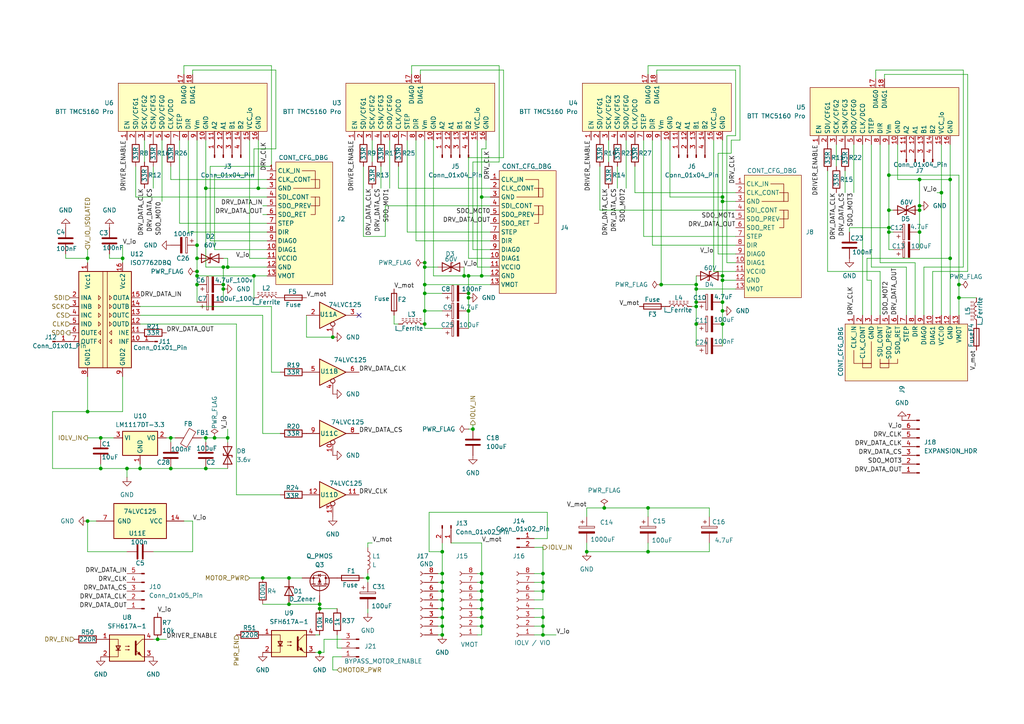
<source format=kicad_sch>
(kicad_sch (version 20250114) (generator "eeschema") (generator_version "9.0")
  (paper "A4")
  (junction (at 201.93 82.55))
  (junction (at 257.81 60.96))
  (junction (at 49.53 135.89))
  (junction (at 209.55 87.63))
  (junction (at 106.68 167.64))
  (junction (at 59.69 135.89))
  (junction (at 57.15 82.55))
  (junction (at 92.71 176.53))
  (junction (at 187.96 160.02))
  (junction (at 139.7 173.99))
  (junction (at 139.7 179.07))
  (junction (at 59.69 127))
  (junction (at 57.15 80.01))
  (junction (at 170.18 160.02))
  (junction (at 123.19 93.98))
  (junction (at 209.55 57.15))
  (junction (at 201.93 83.82))
  (junction (at 128.27 173.99))
  (junction (at 128.27 184.15))
  (junction (at 57.15 78.74))
  (junction (at 275.59 52.07))
  (junction (at 135.89 86.36))
  (junction (at 257.81 67.31))
  (junction (at 191.77 82.55))
  (junction (at 128.27 160.02))
  (junction (at 92.71 175.26))
  (junction (at 74.93 54.61))
  (junction (at 209.55 58.42))
  (junction (at 257.81 66.04))
  (junction (at 157.48 181.61))
  (junction (at 64.77 77.47))
  (junction (at 92.71 189.23))
  (junction (at 62.23 127))
  (junction (at 266.7 59.69))
  (junction (at 139.7 80.01))
  (junction (at 187.96 147.32))
  (junction (at 57.15 71.12))
  (junction (at 57.15 74.93))
  (junction (at 128.27 181.61))
  (junction (at 266.7 52.07))
  (junction (at 123.19 76.2))
  (junction (at 209.55 80.01))
  (junction (at 123.19 77.47))
  (junction (at 157.48 166.37))
  (junction (at 25.4 151.13))
  (junction (at 135.89 80.01))
  (junction (at 137.16 124.46))
  (junction (at 157.48 179.07))
  (junction (at 157.48 168.91))
  (junction (at 266.7 67.31))
  (junction (at 278.13 86.36))
  (junction (at 83.82 167.64))
  (junction (at 139.7 166.37))
  (junction (at 275.59 74.93))
  (junction (at 123.19 82.55))
  (junction (at 66.04 127))
  (junction (at 59.69 54.61))
  (junction (at 40.64 135.89))
  (junction (at 157.48 171.45))
  (junction (at 273.05 55.88))
  (junction (at 123.19 90.17))
  (junction (at 83.82 175.26))
  (junction (at 209.55 81.28))
  (junction (at 139.7 57.15))
  (junction (at 134.62 80.01))
  (junction (at 139.7 181.61))
  (junction (at 209.55 93.98))
  (junction (at 45.72 185.42))
  (junction (at 139.7 176.53))
  (junction (at 128.27 168.91))
  (junction (at 128.27 176.53))
  (junction (at 128.27 179.07))
  (junction (at 128.27 166.37))
  (junction (at 35.56 74.93))
  (junction (at 64.77 82.55))
  (junction (at 139.7 168.91))
  (junction (at 96.52 97.79))
  (junction (at 266.7 60.96))
  (junction (at 64.77 83.82))
  (junction (at 257.81 50.8))
  (junction (at 29.21 135.89))
  (junction (at 135.89 90.17))
  (junction (at 76.2 167.64))
  (junction (at 175.26 147.32))
  (junction (at 139.7 171.45))
  (junction (at 36.83 135.89))
  (junction (at 66.04 77.47))
  (junction (at 201.93 88.9))
  (junction (at 25.4 74.93))
  (junction (at 209.55 90.17))
  (junction (at 135.89 85.09))
  (junction (at 73.66 80.01))
  (junction (at 157.48 184.15))
  (junction (at 201.93 93.98))
  (junction (at 123.19 85.09))
  (junction (at 128.27 171.45))
  (junction (at 29.21 127))
  (junction (at 201.93 87.63))
  (junction (at 25.4 119.38))
  (junction (at 49.53 127))
  (junction (at 278.13 82.55))
  (no_connect (at 104.14 91.44))
  (wire (pts (xy 257.81 72.39) (xy 257.81 67.31)))
  (wire (pts (xy 154.94 184.15) (xy 157.48 184.15)))
  (wire (pts (xy 135.89 86.36) (xy 135.89 90.17)))
  (wire (pts (xy 74.93 54.61) (xy 74.93 40.64)))
  (wire (pts (xy 31.75 74.93) (xy 35.56 74.93)))
  (wire (pts (xy 55.88 160.02) (xy 55.88 151.13)))
  (wire (pts (xy 19.05 74.93) (xy 25.4 74.93)))
  (wire (pts (xy 128.27 157.48) (xy 128.27 160.02)))
  (wire (pts (xy 179.07 48.26) (xy 179.07 54.61)))
  (wire (pts (xy 27.94 151.13) (xy 25.4 151.13)))
  (wire (pts (xy 49.53 135.89) (xy 59.69 135.89)))
  (wire (pts (xy 138.43 176.53) (xy 139.7 176.53)))
  (wire (pts (xy 57.15 80.01) (xy 57.15 78.74)))
  (wire (pts (xy 57.15 74.93) (xy 57.15 71.12)))
  (wire (pts (xy 58.42 127) (xy 59.69 127)))
  (wire (pts (xy 107.95 40.64) (xy 107.95 46.99)))
  (wire (pts (xy 210.82 76.2) (xy 210.82 39.37)))
  (wire (pts (xy 48.26 127) (xy 49.53 127)))
  (wire (pts (xy 53.34 151.13) (xy 55.88 151.13)))
  (wire (pts (xy 146.05 45.72) (xy 135.89 45.72)))
  (wire (pts (xy 128.27 176.53) (xy 128.27 173.99)))
  (wire (pts (xy 76.2 125.73) (xy 81.28 125.73)))
  (wire (pts (xy 138.43 77.47) (xy 142.24 77.47)))
  (wire (pts (xy 105.41 167.64) (xy 106.68 167.64)))
  (wire (pts (xy 25.4 74.93) (xy 25.4 76.2)))
  (wire (pts (xy 273.05 55.88) (xy 273.05 91.44)))
  (wire (pts (xy 181.61 40.64) (xy 181.61 54.61)))
  (wire (pts (xy 279.4 77.47) (xy 279.4 20.32)))
  (wire (pts (xy 256.54 21.59) (xy 280.67 21.59)))
  (wire (pts (xy 124.46 148.59) (xy 124.46 160.02)))
  (wire (pts (xy 154.94 181.61) (xy 157.48 181.61)))
  (wire (pts (xy 214.63 19.05) (xy 214.63 40.64)))
  (wire (pts (xy 201.93 88.9) (xy 201.93 93.98)))
  (wire (pts (xy 242.57 41.91) (xy 242.57 48.26)))
  (wire (pts (xy 138.43 173.99) (xy 139.7 173.99)))
  (wire (pts (xy 212.09 44.45) (xy 208.28 44.45)))
  (wire (pts (xy 157.48 179.07) (xy 157.48 181.61)))
  (wire (pts (xy 97.79 194.31) (xy 96.52 194.31)))
  (wire (pts (xy 121.92 21.59) (xy 121.92 20.32)))
  (wire (pts (xy 194.31 40.64) (xy 194.31 57.15)))
  (wire (pts (xy 39.37 48.26) (xy 39.37 57.15)))
  (wire (pts (xy 139.7 181.61) (xy 139.7 179.07)))
  (wire (pts (xy 49.53 135.89) (xy 40.64 135.89)))
  (wire (pts (xy 62.23 72.39) (xy 77.47 72.39)))
  (wire (pts (xy 25.4 119.38) (xy 15.24 119.38)))
  (wire (pts (xy 213.36 55.88) (xy 184.15 55.88)))
  (wire (pts (xy 142.24 54.61) (xy 115.57 54.61)))
  (wire (pts (xy 205.74 160.02) (xy 187.96 160.02)))
  (wire (pts (xy 53.34 19.05) (xy 53.34 21.59)))
  (wire (pts (xy 59.69 127) (xy 62.23 127)))
  (wire (pts (xy 189.23 71.12) (xy 189.23 40.64)))
  (wire (pts (xy 271.78 55.88) (xy 273.05 55.88)))
  (wire (pts (xy 64.77 77.47) (xy 64.77 82.55)))
  (wire (pts (xy 106.68 167.64) (xy 106.68 168.91)))
  (wire (pts (xy 209.55 57.15) (xy 209.55 40.64)))
  (wire (pts (xy 139.7 168.91) (xy 139.7 166.37)))
  (wire (pts (xy 266.7 52.07) (xy 275.59 52.07)))
  (wire (pts (xy 278.13 86.36) (xy 283.21 86.36)))
  (wire (pts (xy 246.38 66.04) (xy 257.81 66.04)))
  (wire (pts (xy 138.43 181.61) (xy 139.7 181.61)))
  (wire (pts (xy 68.58 93.98) (xy 68.58 143.51)))
  (wire (pts (xy 154.94 158.75) (xy 157.48 158.75)))
  (wire (pts (xy 201.93 83.82) (xy 201.93 87.63)))
  (wire (pts (xy 97.79 176.53) (xy 92.71 176.53)))
  (wire (pts (xy 35.56 71.12) (xy 35.56 74.93)))
  (wire (pts (xy 267.97 77.47) (xy 279.4 77.47)))
  (wire (pts (xy 83.82 167.64) (xy 87.63 167.64)))
  (wire (pts (xy 247.65 41.91) (xy 247.65 55.88)))
  (wire (pts (xy 213.36 76.2) (xy 210.82 76.2)))
  (wire (pts (xy 157.48 173.99) (xy 157.48 171.45)))
  (wire (pts (xy 111.76 68.58) (xy 105.41 68.58)))
  (wire (pts (xy 275.59 74.93) (xy 275.59 91.44)))
  (wire (pts (xy 80.01 20.32) (xy 80.01 43.18)))
  (wire (pts (xy 97.79 184.15) (xy 97.79 187.96)))
  (wire (pts (xy 157.48 184.15) (xy 161.29 184.15)))
  (wire (pts (xy 257.81 66.04) (xy 257.81 60.96)))
  (wire (pts (xy 68.58 143.51) (xy 81.28 143.51)))
  (wire (pts (xy 99.06 185.42) (xy 93.98 185.42)))
  (wire (pts (xy 128.27 160.02) (xy 128.27 166.37)))
  (wire (pts (xy 119.38 19.05) (xy 119.38 21.59)))
  (wire (pts (xy 76.2 91.44) (xy 76.2 125.73)))
  (wire (pts (xy 142.24 82.55) (xy 123.19 82.55)))
  (wire (pts (xy 45.72 185.42) (xy 48.26 185.42)))
  (wire (pts (xy 77.47 62.23) (xy 76.2 62.23)))
  (wire (pts (xy 154.94 171.45) (xy 157.48 171.45)))
  (wire (pts (xy 213.36 81.28) (xy 209.55 81.28)))
  (wire (pts (xy 127 184.15) (xy 128.27 184.15)))
  (wire (pts (xy 270.51 78.74) (xy 270.51 91.44)))
  (wire (pts (xy 44.45 48.26) (xy 44.45 54.61)))
  (wire (pts (xy 128.27 85.09) (xy 123.19 85.09)))
  (wire (pts (xy 173.99 60.96) (xy 173.99 48.26)))
  (wire (pts (xy 139.7 80.01) (xy 142.24 80.01)))
  (wire (pts (xy 60.96 69.85) (xy 60.96 48.26)))
  (wire (pts (xy 209.55 80.01) (xy 209.55 58.42)))
  (wire (pts (xy 139.7 176.53) (xy 139.7 173.99)))
  (wire (pts (xy 208.28 44.45) (xy 208.28 73.66)))
  (wire (pts (xy 57.15 80.01) (xy 73.66 80.01)))
  (wire (pts (xy 96.52 194.31) (xy 96.52 190.5)))
  (wire (pts (xy 213.36 39.37) (xy 213.36 20.32)))
  (wire (pts (xy 64.77 77.47) (xy 59.69 77.47)))
  (wire (pts (xy 142.24 72.39) (xy 137.16 72.39)))
  (wire (pts (xy 127 181.61) (xy 128.27 181.61)))
  (wire (pts (xy 49.53 127) (xy 50.8 127)))
  (wire (pts (xy 106.68 176.53) (xy 106.68 177.8)))
  (wire (pts (xy 138.43 184.15) (xy 139.7 184.15)))
  (wire (pts (xy 106.68 166.37) (xy 106.68 167.64)))
  (wire (pts (xy 25.4 109.22) (xy 25.4 119.38)))
  (wire (pts (xy 205.74 149.86) (xy 205.74 147.32)))
  (wire (pts (xy 187.96 19.05) (xy 214.63 19.05)))
  (wire (pts (xy 194.31 57.15) (xy 209.55 57.15)))
  (wire (pts (xy 25.4 160.02) (xy 25.4 151.13)))
  (wire (pts (xy 66.04 74.93) (xy 64.77 74.93)))
  (wire (pts (xy 210.82 39.37) (xy 213.36 39.37)))
  (wire (pts (xy 123.19 82.55) (xy 123.19 77.47)))
  (wire (pts (xy 259.08 60.96) (xy 257.81 60.96)))
  (wire (pts (xy 96.52 190.5) (xy 99.06 190.5)))
  (wire (pts (xy 252.73 91.44) (xy 252.73 81.28)))
  (wire (pts (xy 158.75 156.21) (xy 158.75 148.59)))
  (wire (pts (xy 278.13 82.55) (xy 278.13 50.8)))
  (wire (pts (xy 278.13 50.8) (xy 257.81 50.8)))
  (wire (pts (xy 213.36 60.96) (xy 173.99 60.96)))
  (wire (pts (xy 78.74 19.05) (xy 53.34 19.05)))
  (wire (pts (xy 154.94 156.21) (xy 158.75 156.21)))
  (wire (pts (xy 154.94 168.91) (xy 157.48 168.91)))
  (wire (pts (xy 265.43 76.2) (xy 265.43 91.44)))
  (wire (pts (xy 139.7 57.15) (xy 139.7 80.01)))
  (wire (pts (xy 262.89 77.47) (xy 262.89 91.44)))
  (wire (pts (xy 127 168.91) (xy 128.27 168.91)))
  (wire (pts (xy 123.19 85.09) (xy 123.19 82.55)))
  (wire (pts (xy 201.93 87.63) (xy 201.93 88.9)))
  (wire (pts (xy 256.54 22.86) (xy 256.54 21.59)))
  (wire (pts (xy 106.68 157.48) (xy 106.68 158.75)))
  (wire (pts (xy 128.27 181.61) (xy 128.27 179.07)))
  (wire (pts (xy 35.56 109.22) (xy 35.56 119.38)))
  (wire (pts (xy 157.48 181.61) (xy 157.48 184.15)))
  (wire (pts (xy 246.38 66.04) (xy 246.38 67.31)))
  (wire (pts (xy 207.01 40.64) (xy 207.01 78.74)))
  (wire (pts (xy 88.9 91.44) (xy 88.9 97.79)))
  (wire (pts (xy 138.43 168.91) (xy 139.7 168.91)))
  (wire (pts (xy 123.19 95.25) (xy 123.19 93.98)))
  (wire (pts (xy 25.4 127) (xy 29.21 127)))
  (wire (pts (xy 77.47 52.07) (xy 49.53 52.07)))
  (wire (pts (xy 255.27 76.2) (xy 265.43 76.2)))
  (wire (pts (xy 64.77 83.82) (xy 64.77 87.63)))
  (wire (pts (xy 254 20.32) (xy 254 22.86)))
  (wire (pts (xy 140.97 43.18) (xy 139.7 43.18)))
  (wire (pts (xy 77.47 69.85) (xy 60.96 69.85)))
  (wire (pts (xy 187.96 21.59) (xy 187.96 19.05)))
  (wire (pts (xy 138.43 179.07) (xy 139.7 179.07)))
  (wire (pts (xy 66.04 77.47) (xy 64.77 77.47)))
  (wire (pts (xy 201.93 80.01) (xy 201.93 82.55)))
  (wire (pts (xy 205.74 147.32) (xy 187.96 147.32)))
  (wire (pts (xy 146.05 20.32) (xy 146.05 45.72)))
  (wire (pts (xy 157.48 176.53) (xy 157.48 179.07)))
  (wire (pts (xy 190.5 20.32) (xy 190.5 21.59)))
  (wire (pts (xy 252.73 77.47) (xy 262.89 77.47)))
  (wire (pts (xy 266.7 60.96) (xy 266.7 67.31)))
  (wire (pts (xy 158.75 148.59) (xy 124.46 148.59)))
  (wire (pts (xy 73.66 80.01) (xy 77.47 80.01)))
  (wire (pts (xy 88.9 97.79) (xy 96.52 97.79)))
  (wire (pts (xy 80.01 43.18) (xy 73.66 43.18)))
  (wire (pts (xy 257.81 67.31) (xy 257.81 66.04)))
  (wire (pts (xy 66.04 74.93) (xy 66.04 77.47)))
  (wire (pts (xy 59.69 54.61) (xy 74.93 54.61)))
  (wire (pts (xy 176.53 40.64) (xy 176.53 46.99)))
  (wire (pts (xy 207.01 78.74) (xy 213.36 78.74)))
  (wire (pts (xy 55.88 21.59) (xy 55.88 20.32)))
  (wire (pts (xy 66.04 128.27) (xy 66.04 127)))
  (wire (pts (xy 60.96 48.26) (xy 78.74 48.26)))
  (wire (pts (xy 209.55 90.17) (xy 209.55 93.98)))
  (wire (pts (xy 125.73 40.64) (xy 125.73 80.01)))
  (wire (pts (xy 19.05 73.66) (xy 19.05 74.93)))
  (wire (pts (xy 135.89 124.46) (xy 137.16 124.46)))
  (wire (pts (xy 139.7 179.07) (xy 139.7 176.53)))
  (wire (pts (xy 73.66 80.01) (xy 73.66 86.36)))
  (wire (pts (xy 118.11 40.64) (xy 118.11 67.31)))
  (wire (pts (xy 49.53 48.26) (xy 49.53 52.07)))
  (wire (pts (xy 72.39 74.93) (xy 72.39 40.64)))
  (wire (pts (xy 77.47 74.93) (xy 72.39 74.93)))
  (wire (pts (xy 255.27 78.74) (xy 255.27 91.44)))
  (wire (pts (xy 214.63 40.64) (xy 212.09 40.64)))
  (wire (pts (xy 255.27 41.91) (xy 255.27 76.2)))
  (wire (pts (xy 40.64 91.44) (xy 76.2 91.44)))
  (wire (pts (xy 240.03 78.74) (xy 240.03 49.53)))
  (wire (pts (xy 154.94 176.53) (xy 157.48 176.53)))
  (wire (pts (xy 92.71 189.23) (xy 91.44 189.23)))
  (wire (pts (xy 59.69 127) (xy 59.69 128.27)))
  (wire (pts (xy 128.27 166.37) (xy 127 166.37)))
  (wire (pts (xy 142.24 59.69) (xy 111.76 59.69)))
  (wire (pts (xy 35.56 74.93) (xy 35.56 76.2)))
  (wire (pts (xy 66.04 124.46) (xy 66.04 127)))
  (wire (pts (xy 114.3 91.44) (xy 114.3 93.98)))
  (wire (pts (xy 64.77 82.55) (xy 64.77 83.82)))
  (wire (pts (xy 278.13 86.36) (xy 278.13 82.55)))
  (wire (pts (xy 135.89 74.93) (xy 142.24 74.93)))
  (wire (pts (xy 15.24 119.38) (xy 15.24 135.89)))
  (wire (pts (xy 127 173.99) (xy 128.27 173.99)))
  (wire (pts (xy 15.24 135.89) (xy 29.21 135.89)))
  (wire (pts (xy 250.19 41.91) (xy 250.19 91.44)))
  (wire (pts (xy 138.43 40.64) (xy 138.43 77.47)))
  (wire (pts (xy 128.27 173.99) (xy 128.27 171.45)))
  (wire (pts (xy 62.23 127) (xy 66.04 127)))
  (wire (pts (xy 111.76 59.69) (xy 111.76 68.58)))
  (wire (pts (xy 275.59 41.91) (xy 275.59 52.07)))
  (wire (pts (xy 40.64 134.62) (xy 40.64 135.89)))
  (wire (pts (xy 213.36 68.58) (xy 186.69 68.58)))
  (wire (pts (xy 279.4 20.32) (xy 254 20.32)))
  (wire (pts (xy 29.21 134.62) (xy 29.21 135.89)))
  (wire (pts (xy 157.48 171.45) (xy 157.48 168.91)))
  (wire (pts (xy 77.47 77.47) (xy 66.04 77.47)))
  (wire (pts (xy 76.2 175.26) (xy 83.82 175.26)))
  (wire (pts (xy 187.96 160.02) (xy 187.96 157.48)))
  (wire (pts (xy 208.28 73.66) (xy 213.36 73.66)))
  (wire (pts (xy 73.66 43.18) (xy 73.66 50.8)))
  (wire (pts (xy 144.78 19.05) (xy 119.38 19.05)))
  (wire (pts (xy 127 171.45) (xy 128.27 171.45)))
  (wire (pts (xy 128.27 184.15) (xy 128.27 181.61)))
  (wire (pts (xy 113.03 40.64) (xy 113.03 54.61)))
  (wire (pts (xy 252.73 41.91) (xy 252.73 77.47)))
  (wire (pts (xy 41.91 40.64) (xy 41.91 46.99)))
  (wire (pts (xy 128.27 179.07) (xy 128.27 176.53)))
  (wire (pts (xy 144.78 46.99) (xy 144.78 19.05)))
  (wire (pts (xy 57.15 71.12) (xy 57.15 40.64)))
  (wire (pts (xy 135.89 85.09) (xy 135.89 86.36)))
  (wire (pts (xy 209.55 87.63) (xy 209.55 90.17)))
  (wire (pts (xy 123.19 93.98) (xy 123.19 90.17)))
  (wire (pts (xy 139.7 171.45) (xy 139.7 168.91)))
  (wire (pts (xy 78.74 48.26) (xy 78.74 19.05)))
  (wire (pts (xy 77.47 64.77) (xy 52.07 64.77)))
  (wire (pts (xy 120.65 69.85) (xy 142.24 69.85)))
  (wire (pts (xy 267.97 91.44) (xy 267.97 77.47)))
  (wire (pts (xy 92.71 176.53) (xy 92.71 175.26)))
  (wire (pts (xy 138.43 171.45) (xy 139.7 171.45)))
  (wire (pts (xy 57.15 78.74) (xy 57.15 74.93)))
  (wire (pts (xy 127 179.07) (xy 128.27 179.07)))
  (wire (pts (xy 127 176.53) (xy 128.27 176.53)))
  (wire (pts (xy 128.27 90.17) (xy 123.19 90.17)))
  (wire (pts (xy 175.26 147.32) (xy 187.96 147.32)))
  (wire (pts (xy 257.81 50.8) (xy 257.81 41.91)))
  (wire (pts (xy 125.73 80.01) (xy 134.62 80.01)))
  (wire (pts (xy 93.98 189.23) (xy 92.71 189.23)))
  (wire (pts (xy 142.24 57.15) (xy 139.7 57.15)))
  (wire (pts (xy 135.89 90.17) (xy 135.89 95.25)))
  (wire (pts (xy 25.4 72.39) (xy 25.4 74.93)))
  (wire (pts (xy 29.21 135.89) (xy 36.83 135.89)))
  (wire (pts (xy 59.69 40.64) (xy 59.69 54.61)))
  (wire (pts (xy 114.3 93.98) (xy 115.57 93.98)))
  (wire (pts (xy 266.7 67.31) (xy 266.7 72.39)))
  (wire (pts (xy 107.95 157.48) (xy 106.68 157.48)))
  (wire (pts (xy 59.69 77.47) (xy 59.69 54.61)))
  (wire (pts (xy 110.49 48.26) (xy 110.49 54.61)))
  (wire (pts (xy 77.47 59.69) (xy 76.2 59.69)))
  (wire (pts (xy 124.46 160.02) (xy 128.27 160.02)))
  (wire (pts (xy 128.27 168.91) (xy 128.27 166.37)))
  (wire (pts (xy 187.96 147.32) (xy 187.96 149.86)))
  (wire (pts (xy 36.83 160.02) (xy 25.4 160.02)))
  (wire (pts (xy 31.75 73.66) (xy 31.75 74.93)))
  (wire (pts (xy 72.39 167.64) (xy 76.2 167.64)))
  (wire (pts (xy 170.18 149.86) (xy 170.18 147.32)))
  (wire (pts (xy 191.77 82.55) (xy 191.77 40.64)))
  (wire (pts (xy 115.57 54.61) (xy 115.57 48.26)))
  (wire (pts (xy 40.64 88.9) (xy 78.74 88.9)))
  (wire (pts (xy 105.41 68.58) (xy 105.41 48.26)))
  (wire (pts (xy 59.69 135.89) (xy 66.04 135.89)))
  (wire (pts (xy 35.56 119.38) (xy 25.4 119.38)))
  (wire (pts (xy 135.89 80.01) (xy 139.7 80.01)))
  (wire (pts (xy 135.89 80.01) (xy 135.89 85.09)))
  (wire (pts (xy 252.73 81.28) (xy 251.46 81.28)))
  (wire (pts (xy 280.67 21.59) (xy 280.67 78.74)))
  (wire (pts (xy 205.74 157.48) (xy 205.74 160.02)))
  (wire (pts (xy 273.05 41.91) (xy 273.05 55.88)))
  (wire (pts (xy 245.11 49.53) (xy 245.11 55.88)))
  (wire (pts (xy 97.79 187.96) (xy 99.06 187.96)))
  (wire (pts (xy 201.93 82.55) (xy 191.77 82.55)))
  (wire (pts (xy 57.15 82.55) (xy 57.15 87.63)))
  (wire (pts (xy 139.7 43.18) (xy 139.7 57.15)))
  (wire (pts (xy 36.83 135.89) (xy 40.64 135.89)))
  (wire (pts (xy 280.67 78.74) (xy 270.51 78.74)))
  (wire (pts (xy 44.45 160.02) (xy 55.88 160.02)))
  (wire (pts (xy 135.89 45.72) (xy 135.89 74.93)))
  (wire (pts (xy 123.19 85.09) (xy 123.19 90.17)))
  (wire (pts (xy 157.48 158.75) (xy 157.48 166.37)))
  (wire (pts (xy 201.93 82.55) (xy 201.93 83.82)))
  (wire (pts (xy 260.35 52.07) (xy 266.7 52.07)))
  (wire (pts (xy 77.47 54.61) (xy 74.93 54.61)))
  (wire (pts (xy 257.81 50.8) (xy 257.81 60.96)))
  (wire (pts (xy 120.65 40.64) (xy 120.65 69.85)))
  (wire (pts (xy 170.18 157.48) (xy 170.18 160.02)))
  (wire (pts (xy 36.83 135.89) (xy 36.83 138.43)))
  (wire (pts (xy 200.66 88.9) (xy 201.93 88.9)))
  (wire (pts (xy 77.47 57.15) (xy 39.37 57.15)))
  (wire (pts (xy 123.19 77.47) (xy 123.19 76.2)))
  (wire (pts (xy 170.18 160.02) (xy 187.96 160.02)))
  (wire (pts (xy 209.55 93.98) (xy 209.55 100.33)))
  (wire (pts (xy 275.59 52.07) (xy 275.59 74.93)))
  (wire (pts (xy 259.08 67.31) (xy 257.81 67.31)))
  (wire (pts (xy 49.53 127) (xy 49.53 128.27)))
  (wire (pts (xy 57.15 80.01) (xy 57.15 82.55)))
  (wire (pts (xy 139.7 184.15) (xy 139.7 181.61)))
  (wire (pts (xy 213.36 20.32) (xy 190.5 20.32)))
  (wire (pts (xy 91.44 184.15) (xy 92.71 184.15)))
  (wire (pts (xy 260.35 41.91) (xy 260.35 52.07)))
  (wire (pts (xy 139.7 166.37) (xy 139.7 157.48)))
  (wire (pts (xy 52.07 64.77) (xy 52.07 40.64)))
  (wire (pts (xy 137.16 46.99) (xy 144.78 46.99)))
  (wire (pts (xy 278.13 91.44) (xy 278.13 86.36)))
  (wire (pts (xy 212.09 40.64) (xy 212.09 44.45)))
  (wire (pts (xy 138.43 166.37) (xy 139.7 166.37)))
  (wire (pts (xy 213.36 83.82) (xy 201.93 83.82)))
  (wire (pts (xy 157.48 166.37) (xy 154.94 166.37)))
  (wire (pts (xy 54.61 67.31) (xy 77.47 67.31)))
  (wire (pts (xy 46.99 40.64) (xy 46.99 58.42)))
  (wire (pts (xy 186.69 68.58) (xy 186.69 40.64)))
  (wire (pts (xy 137.16 123.19) (xy 137.16 124.46)))
  (wire (pts (xy 209.55 81.28) (xy 209.55 87.63)))
  (wire (pts (xy 40.64 93.98) (xy 68.58 93.98)))
  (wire (pts (xy 29.21 127) (xy 33.02 127)))
  (wire (pts (xy 118.11 67.31) (xy 142.24 67.31)))
  (wire (pts (xy 266.7 59.69) (xy 266.7 60.96)))
  (wire (pts (xy 134.62 77.47) (xy 134.62 80.01)))
  (wire (pts (xy 137.16 72.39) (xy 137.16 46.99)))
  (wire (pts (xy 54.61 40.64) (xy 54.61 67.31)))
  (wire (pts (xy 209.55 80.01) (xy 209.55 81.28)))
  (wire (pts (xy 213.36 71.12) (xy 189.23 71.12)))
  (wire (pts (xy 154.94 179.07) (xy 157.48 179.07)))
  (wire (pts (xy 139.7 173.99) (xy 139.7 171.45)))
  (wire (pts (xy 44.45 185.42) (xy 45.72 185.42)))
  (wire (pts (xy 123.19 76.2) (xy 123.19 40.64)))
  (wire (pts (xy 123.19 77.47) (xy 127 77.47)))
  (wire (pts (xy 184.15 55.88) (xy 184.15 48.26)))
  (wire (pts (xy 157.48 168.91) (xy 157.48 166.37)))
  (wire (pts (xy 76.2 167.64) (xy 83.82 167.64)))
  (wire (pts (xy 170.18 147.32) (xy 175.26 147.32)))
  (wire (pts (xy 78.74 107.95) (xy 81.28 107.95)))
  (wire (pts (xy 139.7 157.48) (xy 130.81 157.48)))
  (wire (pts (xy 83.82 175.26) (xy 92.71 175.26)))
  (wire (pts (xy 128.27 95.25) (xy 123.19 95.25)))
  (wire (pts (xy 78.74 88.9) (xy 78.74 107.95)))
  (wire (pts (xy 134.62 80.01) (xy 135.89 80.01)))
  (wire (pts (xy 154.94 173.99) (xy 157.48 173.99)))
  (wire (pts (xy 93.98 185.42) (xy 93.98 189.23)))
  (wire (pts (xy 121.92 20.32) (xy 146.05 20.32)))
  (wire (pts (xy 55.88 20.32) (xy 80.01 20.32)))
  (wire (pts (xy 251.46 74.93) (xy 275.59 74.93)))
  (wire (pts (xy 255.27 78.74) (xy 240.03 78.74)))
  (wire (pts (xy 73.66 50.8) (xy 62.23 50.8)))
  (wire (pts (xy 251.46 81.28) (xy 251.46 74.93)))
  (wire (pts (xy 201.93 93.98) (xy 201.93 100.33)))
  (wire (pts (xy 266.7 52.07) (xy 266.7 59.69)))
  (wire (pts (xy 209.55 58.42) (xy 209.55 57.15)))
  (wire (pts (xy 128.27 171.45) (xy 128.27 168.91)))
  (wire (pts (xy 62.23 50.8) (xy 62.23 72.39)))
  (wire (pts (xy 259.08 72.39) (xy 257.81 72.39)))
  (wire (pts (xy 140.97 40.64) (xy 140.97 43.18)))
  (wire (pts (xy 213.36 58.42) (xy 209.55 58.42)))
  (label "V_mot" (at 114.3 83.82 0))
  (label "V_io" (at 271.78 55.88 180))
  (label "V_io" (at 72.39 74.93 180))
  (label "DRV_DATA_OUT" (at 36.83 176.53 180))
  (label "V_mot" (at 283.21 101.6 270))
  (label "DRV_DATA_CLK" (at 261.62 129.54 180))
  (label "DRV_DATA_CLK" (at 36.83 173.99 180))
  (label "DRV_DATA_OUT" (at 261.62 137.16 180))
  (label "DRV_CLK" (at 104.14 143.51 0))
  (label "DRV_DATA_CS" (at 36.83 171.45 180))
  (label "DRV_CLK" (at 247.65 91.44 90))
  (label "DRV_DATA_CS" (at 261.62 132.08 180))
  (label "DRV_DATA_CLK" (at 41.91 54.61 270))
  (label "DRV_DATA_OUT" (at 48.26 96.52 0))
  (label "DRV_DATA_OUT" (at 76.2 62.23 180))
  (label "DRV_DATA_OUT" (at 213.36 66.04 180))
  (label "SDO_MOT3" (at 261.62 134.62 180))
  (label "DRIVER_ENABLE" (at 237.49 41.91 270))
  (label "DRV_DATA_CS" (at 44.45 54.61 270))
  (label "SDO_MOT0" (at 46.99 58.42 270))
  (label "DRIVER_ENABLE" (at 171.45 40.64 270))
  (label "DRIVER_ENABLE" (at 36.83 40.64 270))
  (label "DRV_DATA_IN" (at 76.2 59.69 180))
  (label "DRV_DATA_OUT" (at 142.24 64.77 180))
  (label "DRV_DATA_CS" (at 104.14 125.73 0))
  (label "DRV_CLK" (at 77.47 49.53 90))
  (label "V_mot" (at 107.95 157.48 0))
  (label "DRV_DATA_OUT" (at 260.35 91.44 90))
  (label "DRIVER_ENABLE" (at 102.87 40.64 270))
  (label "DRV_CLK" (at 142.24 52.07 90))
  (label "DRV_CLK" (at 213.36 53.34 90))
  (label "SDO_MOT1" (at 213.36 63.5 180))
  (label "V_mot" (at 139.7 157.48 0))
  (label "V_io" (at 207.01 73.66 180))
  (label "SDO_MOT2" (at 257.81 91.44 90))
  (label "SDO_MOT2" (at 181.61 54.61 270))
  (label "DRV_DATA_CLK" (at 107.95 54.61 270))
  (label "DRV_DATA_CS" (at 245.11 55.88 270))
  (label "DRIVER_ENABLE" (at 48.26 185.42 0))
  (label "DRV_DATA_IN" (at 36.83 166.37 180))
  (label "DRV_DATA_CLK" (at 176.53 54.61 270))
  (label "V_mot" (at 185.42 88.9 180))
  (label "V_io" (at 261.62 124.46 180))
  (label "SDO_MOT0" (at 142.24 62.23 180))
  (label "V_io" (at 45.72 177.8 0))
  (label "DRV_DATA_IN" (at 40.64 86.36 0))
  (label "SDO_MOT3" (at 247.65 55.88 270))
  (label "V_io" (at 66.04 124.46 90))
  (label "SDO_MOT1" (at 113.03 54.61 270))
  (label "V_io" (at 138.43 77.47 180))
  (label "DRV_CLK" (at 36.83 168.91 180))
  (label "DRV_DATA_CS" (at 110.49 54.61 270))
  (label "V_io" (at 55.88 151.13 0))
  (label "V_mot" (at 170.18 147.32 180))
  (label "DRV_CLK" (at 261.62 127 180))
  (label "V_io" (at 161.29 184.15 0))
  (label "V_io" (at 35.56 71.12 0))
  (label "V_mot" (at 88.9 86.36 0))
  (label "DRV_DATA_CS" (at 179.07 54.61 270))
  (label "DRV_DATA_CLK" (at 104.14 107.95 0))
  (label "DRV_DATA_CLK" (at 242.57 55.88 270))
  (hierarchical_label "V_IO_ISOLATED" (shape input) (at 25.4 72.39 90))
  (hierarchical_label "DRV_EN" (shape input) (at 21.59 185.42 180))
  (hierarchical_label "PWR_EN" (shape input) (at 68.58 184.15 270))
  (hierarchical_label "IOLV_IN" (shape output) (at 25.4 127 180))
  (hierarchical_label "SCK" (shape input) (at 20.32 88.9 180))
  (hierarchical_label "MOTOR_PWR" (shape input) (at 72.39 167.64 180))
  (hierarchical_label "MOTOR_PWR" (shape input) (at 97.79 194.31 0))
  (hierarchical_label "SDI" (shape input) (at 20.32 86.36 180))
  (hierarchical_label "CS" (shape input) (at 20.32 91.44 180))
  (hierarchical_label "CLK" (shape input) (at 20.32 93.98 180))
  (hierarchical_label "IOLV_IN" (shape output) (at 157.48 158.75 0))
  (hierarchical_label "IOLV_IN" (shape output) (at 137.16 123.19 90))
  (hierarchical_label "SDO" (shape output) (at 20.32 96.52 180))
  (symbol (lib_id "Device:C") (at 59.69 132.08 180) (unit 1)
    (property "Reference" "C2" (at 62.484 134.112 0) (effects (justify left)))
    (property "Value" "100uF" (at 62.992 130.048 0) (effects (justify left)))
    (property "Footprint" "Capacitor_SMD:C_0805_2012Metric_Pad1.18x1.45mm_HandSolder" (effects (hide yes)))
    (property "Description" "Unpolarized capacitor" (effects (hide yes)))
  )
  (symbol (lib_id "Device:Q_PMOS") (at 92.71 170.18 270) (mirror x) (unit 1)
    (property "Reference" "Q3" (at 92.71 163.83 90))
    (property "Value" "Q_PMOS" (at 92.71 161.29 90))
    (property "Description" "P-MOSFET transistor" (effects (hide yes)))
  )
  (symbol (lib_id "Device:R") (at 179.07 44.45 0) (unit 1)
    (property "Reference" "R23" (at 180.086 44.45 0) (effects (justify left)))
    (property "Value" "33R" (at 179.07 46.482 90) (effects (justify left)))
    (property "Description" "Resistor" (effects (hide yes)))
  )
  (symbol (lib_id "Device:C_Polarized") (at 262.89 67.31 90) (unit 1)
    (property "Reference" "C12" (at 260.096 66.04 90))
    (property "Value" "4.7uF" (at 266.7 65.786 90))
    (property "Footprint" "Capacitor_SMD:C_1210_3225Metric_Pad1.33x2.70mm_HandSolder" (effects (hide yes)))
    (property "Description" "Polarized capacitor" (effects (hide yes)))
  )
  (symbol (lib_id "Device:C_Polarized") (at 132.08 85.09 90) (unit 1)
    (property "Reference" "C8" (at 129.286 83.82 90))
    (property "Value" "100nF" (at 136.906 83.82 90))
    (property "Footprint" "Capacitor_SMD:C_0805_2012Metric_Pad1.18x1.45mm_HandSolder" (effects (hide yes)))
    (property "Description" "Polarized capacitor" (effects (hide yes)))
  )
  (symbol (lib_id "power:PWR_FLAG") (at 135.89 124.46 90) (unit 1)
    (property "Reference" "#FLG1" (effects (hide yes)))
    (property "Value" "PWR_FLAG" (at 132.08 124.4599 90) (effects (justify left)))
    (property "Description" "Special symbol for telling ERC where power comes from" (effects (hide yes)))
  )
  (symbol (lib_id "Device:Fuse") (at 101.6 167.64 90) (unit 1)
    (property "Reference" "F1" (at 101.854 165.608 90))
    (property "Value" "Fuse" (at 101.6 169.672 90))
    (property "Description" "Fuse" (effects (hide yes)))
  )
  (symbol (lib_id "74xx:74LVC125") (at 96.52 125.73 0) (unit 3)
    (property "Reference" "U11" (at 95.504 125.73 0))
    (property "Value" "74LVC125" (at 100.838 122.428 0))
    (property "Datasheet" "http://www.ti.com/lit/gpn/sn74LVC125" (effects (hide yes)))
    (property "Description" "Quad buffer 3-State outputs" (effects (hide yes)))
  )
  (symbol (lib_id "power:GND") (at 106.68 177.8 0) (unit 1)
    (property "Reference" "#PWR039" (effects (hide yes)))
    (property "Value" "GND" (at 106.68 182.88 0))
    (property "Description" "Power symbol creates a global label with name \"GND\" , ground" (effects (hide yes)))
  )
  (symbol (lib_id "Driver_Motor:BTT-TMC5160-PRO-v1_0") (at 168.91 38.1 90) (unit 1)
    (property "Reference" "U4" (at 167.64 29.8449 90) (effects (justify left)))
    (property "Value" "BTT TMC5160 Pro" (at 167.64 32.3849 90) (effects (justify left)))
    (property "Datasheet" "https://cdn.shopify.com/s/files/1/1619/4791/files/BIGTREETECH_TMC5160_PRO-V1.1_user_manual_1.pdf?v=1699435321" (effects (hide yes)))
  )
  (symbol (lib_id "Device:L") (at 106.68 162.56 0) (unit 1)
    (property "Reference" "L1" (at 107.95 161.2899 0) (effects (justify left)))
    (property "Value" "L" (at 107.95 163.8299 0) (effects (justify left)))
    (property "Description" "Inductor" (effects (hide yes)))
  )
  (symbol (lib_id "Connector:Conn_01x04_Pin") (at 64.77 45.72 90) (unit 1)
    (property "Reference" "J3" (at 66.04 48.26 90))
    (property "Value" "Conn_01x04_Pin" (at 66.04 50.8 90))
    (property "Description" "Generic connector, single row, 01x04, script generated" (effects (hide yes)))
  )
  (symbol (lib_id "Isolator:SFH617A-1") (at 36.83 187.96 0) (unit 1)
    (property "Reference" "U8" (at 36.83 179.07 0))
    (property "Value" "SFH617A-1" (at 36.83 181.61 0))
    (property "Footprint" "Package_DIP:DIP-4_W7.62mm" (effects (hide yes)))
    (property "Datasheet" "http://www.vishay.com/docs/83740/sfh617a.pdf" (effects (hide yes)))
    (property "Description" "Optocoupler, Phototransistor Output, 5300 VRMS, VCEO 70V, CTR% 40-80, -55 to +110 degree Celsius, UL, BSI, FIMKO, cUL, THT PDIP-4" (effects (hide yes)))
  )
  (symbol (lib_id "Device:Fuse") (at 85.09 86.36 90) (unit 1)
    (property "Reference" "F5" (at 84.836 84.582 90))
    (property "Value" "Fuse" (at 85.09 88.392 90))
    (property "Description" "Fuse" (effects (hide yes)))
  )
  (symbol (lib_id "Device:D_Zener") (at 83.82 171.45 270) (unit 1)
    (property "Reference" "D1" (at 85.09 171.45 90) (effects (justify left)))
    (property "Value" "D_Zener" (at 83.82 173.736 90) (effects (justify left)))
    (property "Description" "Zener diode" (effects (hide yes)))
  )
  (symbol (lib_id "Device:C_Polarized") (at 187.96 153.67 0) (unit 1)
    (property "Reference" "C15" (at 189.23 151.13 0) (effects (justify left)))
    (property "Value" "100uF" (at 188.976 156.718 0) (effects (justify left)))
    (property "Footprint" "Capacitor_THT:CP_Radial_D8.0mm_P5.00mm" (effects (hide yes)))
    (property "Description" "Polarized capacitor" (effects (hide yes)))
  )
  (symbol (lib_id "power:GND") (at 25.4 151.13 270) (unit 1)
    (property "Reference" "#PWR038" (effects (hide yes)))
    (property "Value" "GND" (at 21.59 151.1299 90) (effects (justify right)))
    (property "Description" "Power symbol creates a global label with name \"GND\" , ground" (effects (hide yes)))
  )
  (symbol (lib_id "Device:D_TVS") (at 66.04 132.08 90) (unit 1)
    (property "Reference" "D8" (at 68.58 130.8099 90) (effects (justify right)))
    (property "Value" "3.6v" (at 68.58 133.3499 90) (effects (justify right)))
    (property "Description" "Bidirectional transient-voltage-suppression diode" (effects (hide yes)))
  )
  (symbol (lib_id "Device:C_Polarized") (at 60.96 82.55 90) (unit 1)
    (property "Reference" "C6" (at 58.166 81.28 90))
    (property "Value" "4.7uF_100v" (at 67.818 81.28 90))
    (property "Footprint" "Capacitor_SMD:C_1210_3225Metric_Pad1.33x2.70mm_HandSolder" (effects (hide yes)))
    (property "Description" "Polarized capacitor" (effects (hide yes)))
  )
  (symbol (lib_id "Driver_Motor:BTT-TMC5160-PRO-v1_0") (at 34.29 38.1 90) (unit 1)
    (property "Reference" "U6" (at 33.02 29.8449 90) (effects (justify left)))
    (property "Value" "BTT TMC5160 Pro" (at 33.02 32.3849 90) (effects (justify left)))
    (property "Datasheet" "https://cdn.shopify.com/s/files/1/1619/4791/files/BIGTREETECH_TMC5160_PRO-V1.1_user_manual_1.pdf?v=1699435321" (effects (hide yes)))
  )
  (symbol (lib_id "74xx:74LVC125") (at 96.52 107.95 0) (unit 2)
    (property "Reference" "U11" (at 95.504 107.696 0))
    (property "Value" "74LVC125" (at 101.6 104.394 0))
    (property "Datasheet" "http://www.ti.com/lit/gpn/sn74LVC125" (effects (hide yes)))
    (property "Description" "Quad buffer 3-State outputs" (effects (hide yes)))
  )
  (symbol (lib_id "Device:C_Polarized") (at 53.34 71.12 270) (unit 1)
    (property "Reference" "C26" (at 53.086 74.93 90))
    (property "Value" "100nF" (at 53.34 67.818 90))
    (property "Footprint" "Capacitor_SMD:C_0805_2012Metric_Pad1.18x1.45mm_HandSolder" (effects (hide yes)))
    (property "Description" "Polarized capacitor" (effects (hide yes)))
  )
  (symbol (lib_id "power:GND") (at 44.45 190.5 0) (unit 1)
    (property "Reference" "#PWR9" (effects (hide yes)))
    (property "Value" "GND" (at 44.45 195.58 0))
    (property "Description" "Power symbol creates a global label with name \"GND\" , ground" (effects (hide yes)))
  )
  (symbol (lib_id "power:GND") (at 137.16 132.08 0) (unit 1)
    (property "Reference" "#PWR1" (effects (hide yes)))
    (property "Value" "GND" (at 137.16 137.16 0))
    (property "Description" "Power symbol creates a global label with name \"GND\" , ground" (effects (hide yes)))
  )
  (symbol (lib_id "Driver_Motor:CONN_MOTOR") (at 215.9 50.8 0) (unit 1) (in_bom no)
    (property "Reference" "J8" (at 233.68 67.3099 0) (effects (justify left)))
    (property "Value" "CONT_CFG_DBG" (at 216.662 49.53 0) (effects (justify left)))
  )
  (symbol (lib_id "Device:R") (at 97.79 180.34 0) (unit 1)
    (property "Reference" "R37" (at 99.06 180.086 0) (effects (justify left)))
    (property "Value" "1k" (at 97.79 181.61 90) (effects (justify left)))
    (property "Description" "Resistor" (effects (hide yes)))
  )
  (symbol (lib_id "Device:D_TVS") (at 60.96 74.93 0) (unit 1)
    (property "Reference" "D2" (at 60.96 68.58 0))
    (property "Value" "60V" (at 60.96 71.12 0))
    (property "Description" "Bidirectional transient-voltage-suppression diode" (effects (hide yes)))
  )
  (symbol (lib_id "power:GND") (at 19.05 66.04 180) (unit 1)
    (property "Reference" "#PWR18" (effects (hide yes)))
    (property "Value" "GND" (at 19.05 60.96 0))
    (property "Description" "Power symbol creates a global label with name \"GND\" , ground" (effects (hide yes)))
  )
  (symbol (lib_id "Device:R") (at 85.09 143.51 90) (unit 1)
    (property "Reference" "R24" (at 84.836 141.478 90))
    (property "Value" "33R" (at 84.836 143.764 90))
    (property "Description" "Resistor" (effects (hide yes)))
  )
  (symbol (lib_id "power:PWR_FLAG") (at 175.26 147.32 0) (unit 1)
    (property "Reference" "#FLG2" (effects (hide yes)))
    (property "Value" "PWR_FLAG" (at 175.26 142.24 0))
    (property "Description" "Special symbol for telling ERC where power comes from" (effects (hide yes)))
  )
  (symbol (lib_id "Connector:Conn_01x08_Socket") (at 121.92 176.53 180) (unit 1)
    (property "Reference" "J17" (at 122.555 161.29 0))
    (property "Value" "GND" (at 123.698 163.576 0))
    (property "Description" "Generic connector, single row, 01x08, script generated" (effects (hide yes)))
  )
  (symbol (lib_id "Device:R") (at 107.95 50.8 0) (unit 1)
    (property "Reference" "R13" (at 108.966 50.8 0) (effects (justify left)))
    (property "Value" "33R" (at 107.95 52.832 90) (effects (justify left)))
    (property "Description" "Resistor" (effects (hide yes)))
  )
  (symbol (lib_id "power:PWR_FLAG") (at 57.15 78.74 90) (unit 1)
    (property "Reference" "#FLG09" (effects (hide yes)))
    (property "Value" "PWR_FLAG" (at 53.34 78.7399 90) (effects (justify left)))
    (property "Description" "Special symbol for telling ERC where power comes from" (effects (hide yes)))
  )
  (symbol (lib_id "74xx:74LVC125") (at 96.52 143.51 0) (unit 4)
    (property "Reference" "U11" (at 95.504 143.51 0))
    (property "Value" "74LVC125" (at 100.33 140.208 0))
    (property "Datasheet" "http://www.ti.com/lit/gpn/sn74LVC125" (effects (hide yes)))
    (property "Description" "Quad buffer 3-State outputs" (effects (hide yes)))
  )
  (symbol (lib_id "Device:R") (at 242.57 52.07 0) (unit 1)
    (property "Reference" "R15" (at 243.586 52.07 0) (effects (justify left)))
    (property "Value" "33R" (at 242.57 54.102 90) (effects (justify left)))
    (property "Description" "Resistor" (effects (hide yes)))
  )
  (symbol (lib_id "power:GND") (at 170.18 160.02 0) (unit 1)
    (property "Reference" "#PWR11" (effects (hide yes)))
    (property "Value" "GND" (at 170.18 165.1 0))
    (property "Description" "Power symbol creates a global label with name \"GND\" , ground" (effects (hide yes)))
  )
  (symbol (lib_id "Device:Fuse") (at 114.3 87.63 0) (mirror x) (unit 1)
    (property "Reference" "F2" (at 117.856 86.868 0) (effects (justify right)))
    (property "Value" "Fuse" (at 113.03 86.614 0) (effects (justify right)))
    (property "Description" "Fuse" (effects (hide yes)))
  )
  (symbol (lib_id "Connector:Conn_01x08_Socket") (at 133.35 176.53 180) (unit 1)
    (property "Reference" "J15" (at 133.985 161.29 0))
    (property "Value" "VMOT" (at 136.144 186.944 0))
    (property "Description" "Generic connector, single row, 01x08, script generated" (effects (hide yes)))
  )
  (symbol (lib_id "Device:C") (at 40.64 160.02 270) (unit 1)
    (property "Reference" "C5" (at 40.64 163.322 90))
    (property "Value" "100n" (at 40.386 157.226 90))
    (property "Footprint" "Capacitor_SMD:C_0805_2012Metric_Pad1.18x1.45mm_HandSolder" (effects (hide yes)))
    (property "Description" "Unpolarized capacitor" (effects (hide yes)))
  )
  (symbol (lib_id "Device:C") (at 29.21 130.81 0) (unit 1)
    (property "Reference" "C1" (at 29.464 128.778 0) (effects (justify left)))
    (property "Value" "10uF" (at 29.464 132.588 0) (effects (justify left)))
    (property "Footprint" "Capacitor_SMD:C_0805_2012Metric_Pad1.18x1.45mm_HandSolder" (effects (hide yes)))
    (property "Description" "Unpolarized capacitor" (effects (hide yes)))
  )
  (symbol (lib_id "Device:R") (at 85.09 125.73 90) (unit 1)
    (property "Reference" "R20" (at 85.09 123.698 90))
    (property "Value" "33R" (at 85.09 125.73 90))
    (property "Description" "Resistor" (effects (hide yes)))
  )
  (symbol (lib_id "Driver_Motor:BTT-TMC5160-PRO-v1_0") (at 234.95 39.37 90) (unit 1)
    (property "Reference" "U5" (at 233.68 31.1149 90) (effects (justify left)))
    (property "Value" "BTT TMC5160 Pro" (at 233.68 33.6549 90) (effects (justify left)))
    (property "Datasheet" "https://cdn.shopify.com/s/files/1/1619/4791/files/BIGTREETECH_TMC5160_PRO-V1.1_user_manual_1.pdf?v=1699435321" (effects (hide yes)))
  )
  (symbol (lib_id "Connector:Conn_01x04_Pin") (at 130.81 45.72 90) (unit 1)
    (property "Reference" "J5" (at 132.08 48.26 90))
    (property "Value" "Conn_01x04_Pin" (at 132.08 50.8 90))
    (property "Description" "Generic connector, single row, 01x04, script generated" (effects (hide yes)))
  )
  (symbol (lib_id "power:GND") (at 96.52 114.3 90) (unit 1)
    (property "Reference" "#PWR16" (effects (hide yes)))
    (property "Value" "GND" (at 100.33 114.2999 90) (effects (justify right)))
    (property "Description" "Power symbol creates a global label with name \"GND\" , ground" (effects (hide yes)))
  )
  (symbol (lib_id "Driver_Motor:BTT-TMC5160-PRO-v1_0") (at 100.33 38.1 90) (unit 1)
    (property "Reference" "U3" (at 99.06 29.8449 90) (effects (justify left)))
    (property "Value" "BTT TMC5160 Pro" (at 99.06 32.3849 90) (effects (justify left)))
    (property "Datasheet" "https://cdn.shopify.com/s/files/1/1619/4791/files/BIGTREETECH_TMC5160_PRO-V1.1_user_manual_1.pdf?v=1699435321" (effects (hide yes)))
  )
  (symbol (lib_id "Device:R") (at 92.71 180.34 0) (unit 1)
    (property "Reference" "R6" (at 93.98 180.086 0) (effects (justify left)))
    (property "Value" "10k" (at 92.71 182.372 90) (effects (justify left)))
    (property "Description" "Resistor" (effects (hide yes)))
  )
  (symbol (lib_id "Connector:Conn_01x03_Pin") (at 104.14 187.96 180) (unit 1)
    (property "Reference" "J21" (at 105.664 187.452 0) (effects (justify right)))
    (property "Value" "BYPASS_MOTOR_ENABLE" (at 99.822 191.77 0) (effects (justify right)))
    (property "Description" "Generic connector, single row, 01x03, script generated" (effects (hide yes)))
  )
  (symbol (lib_id "Device:C") (at 246.38 71.12 0) (unit 1)
    (property "Reference" "C23" (at 246.634 69.088 0) (effects (justify left)))
    (property "Value" "100nF" (at 247.142 73.152 0) (effects (justify left)))
    (property "Footprint" "Capacitor_SMD:C_0805_2012Metric_Pad1.18x1.45mm_HandSolder" (effects (hide yes)))
    (property "Description" "Unpolarized capacitor" (effects (hide yes)))
  )
  (symbol (lib_id "power:PWR_FLAG") (at 278.13 82.55 270) (unit 1)
    (property "Reference" "#FLG06" (effects (hide yes)))
    (property "Value" "PWR_FLAG" (at 275.336 80.264 90) (effects (justify left)))
    (property "Description" "Special symbol for telling ERC where power comes from" (effects (hide yes)))
  )
  (symbol (lib_id "power:GND") (at 266.7 59.69 90) (unit 1)
    (property "Reference" "#PWR12" (effects (hide yes)))
    (property "Value" "GND" (at 270.51 59.6899 90) (effects (justify right)))
    (property "Description" "Power symbol creates a global label with name \"GND\" , ground" (effects (hide yes)))
  )
  (symbol (lib_id "Connector:Conn_01x04_Pin") (at 265.43 46.99 90) (unit 1)
    (property "Reference" "J7" (at 266.7 49.53 90))
    (property "Value" "Conn_01x04_Pin" (at 266.954 47.752 90))
    (property "Description" "Generic connector, single row, 01x04, script generated" (effects (hide yes)))
  )
  (symbol (lib_id "Device:C_Polarized") (at 132.08 95.25 90) (unit 1)
    (property "Reference" "C25" (at 129.794 94.234 90))
    (property "Value" "100uF" (at 136.144 94.234 90))
    (property "Footprint" "Capacitor_THT:CP_Radial_D6.3mm_P2.50mm" (effects (hide yes)))
    (property "Description" "Polarized capacitor" (effects (hide yes)))
  )
  (symbol (lib_id "Device:L_Ferrite") (at 77.47 86.36 90) (unit 1)
    (property "Reference" "L2" (at 77.216 83.566 90))
    (property "Value" "L_Ferrite" (at 77.216 87.63 90))
    (property "Description" "Inductor with ferrite core" (effects (hide yes)))
  )
  (symbol (lib_id "Device:R") (at 76.2 171.45 0) (unit 1)
    (property "Reference" "R4" (at 77.47 171.45 0) (effects (justify left)))
    (property "Value" "100k" (at 76.2 173.99 90) (effects (justify left)))
    (property "Description" "Resistor" (effects (hide yes)))
  )
  (symbol (lib_id "power:GND") (at 92.71 189.23 0) (unit 1)
    (property "Reference" "#PWR8" (effects (hide yes)))
    (property "Value" "GND" (at 92.71 194.31 0))
    (property "Description" "Power symbol creates a global label with name \"GND\" , ground" (effects (hide yes)))
  )
  (symbol (lib_id "power:GND") (at 261.62 121.92 180) (unit 1)
    (property "Reference" "#PWR23" (effects (hide yes)))
    (property "Value" "GND" (at 261.62 116.84 0))
    (property "Description" "Power symbol creates a global label with name \"GND\" , ground" (effects (hide yes)))
  )
  (symbol (lib_id "Isolator:ISO7762DBQ") (at 30.48 93.98 0) (unit 1)
    (property "Reference" "U12" (at 37.7033 73.66 0) (effects (justify left)))
    (property "Value" "ISO7762DBQ" (at 37.7033 76.2 0) (effects (justify left)))
    (property "Footprint" "Package_SO:SSOP-16_3.9x4.9mm_P0.635mm" (effects (hide yes)))
    (property "Datasheet" "https://www.ti.com/lit/ds/symlink/iso7763.pdf" (effects (hide yes)))
    (property "Description" "Default high, High-speed, robust EMC, reinforced, six-channel, digital, isolator, SSOP-16" (effects (hide yes)))
  )
  (symbol (lib_id "Device:C_Polarized") (at 205.74 87.63 90) (unit 1)
    (property "Reference" "C10" (at 202.946 86.36 90))
    (property "Value" "4.7uF" (at 209.804 86.106 90))
    (property "Footprint" "Capacitor_SMD:C_1210_3225Metric_Pad1.33x2.70mm_HandSolder" (effects (hide yes)))
    (property "Description" "Polarized capacitor" (effects (hide yes)))
  )
  (symbol (lib_id "power:GND") (at 31.75 66.04 180) (unit 1)
    (property "Reference" "#PWR19" (effects (hide yes)))
    (property "Value" "GND" (at 31.75 60.96 0))
    (property "Description" "Power symbol creates a global label with name \"GND\" , ground" (effects (hide yes)))
  )
  (symbol (lib_id "Device:C") (at 31.75 69.85 0) (unit 1)
    (property "Reference" "C3" (at 28.702 67.564 0) (effects (justify left)))
    (property "Value" "100nF" (at 29.718 71.882 0) (effects (justify left)))
    (property "Footprint" "Capacitor_SMD:C_0805_2012Metric_Pad1.18x1.45mm_HandSolder" (effects (hide yes)))
    (property "Description" "Unpolarized capacitor" (effects (hide yes)))
  )
  (symbol (lib_id "Driver_Motor:CONN_MOTOR") (at 245.11 93.98 90) (mirror x) (unit 1) (in_bom no)
    (property "Reference" "J9" (at 261.6199 111.76 0) (effects (justify left)))
    (property "Value" "CONT_CFG_DBG" (at 243.84 94.742 0) (effects (justify left)))
  )
  (symbol (lib_id "Device:L_Ferrite") (at 119.38 93.98 90) (unit 1)
    (property "Reference" "L3" (at 119.38 91.186 90))
    (property "Value" "L_Ferrite" (at 118.618 95.25 90))
    (property "Description" "Inductor with ferrite core" (effects (hide yes)))
  )
  (symbol (lib_id "Device:L_Ferrite") (at 196.85 88.9 90) (unit 1)
    (property "Reference" "L4" (at 196.85 86.36 90))
    (property "Value" "L_Ferrite" (at 196.596 89.916 90))
    (property "Description" "Inductor with ferrite core" (effects (hide yes)))
  )
  (symbol (lib_id "Connector:Conn_01x05_Pin") (at 41.91 171.45 180) (unit 1)
    (property "Reference" "J10" (at 43.18 170.1799 0) (effects (justify right)))
    (property "Value" "Conn_01x05_Pin" (at 43.18 172.7199 0) (effects (justify right)))
    (property "Description" "Generic connector, single row, 01x05, script generated" (effects (hide yes)))
  )
  (symbol (lib_id "Driver_Motor:CONN_MOTOR") (at 144.78 49.53 0) (unit 1) (in_bom no)
    (property "Reference" "J4" (at 162.56 66.0399 0) (effects (justify left)))
    (property "Value" "CONT_CFG_DBG" (at 145.542 48.26 0) (effects (justify left)))
  )
  (symbol (lib_id "Device:R") (at 115.57 44.45 0) (unit 1)
    (property "Reference" "R25" (at 116.586 44.45 0) (effects (justify left)))
    (property "Value" "33R" (at 115.57 46.482 90) (effects (justify left)))
    (property "Description" "Resistor" (effects (hide yes)))
  )
  (symbol (lib_id "power:PWR_FLAG") (at 191.77 82.55 90) (unit 1)
    (property "Reference" "#FLG07" (effects (hide yes)))
    (property "Value" "PWR_FLAG" (at 187.96 82.5499 90) (effects (justify left)))
    (property "Description" "Special symbol for telling ERC where power comes from" (effects (hide yes)))
  )
  (symbol (lib_id "Device:R") (at 44.45 44.45 0) (unit 1)
    (property "Reference" "R16" (at 45.466 44.45 0) (effects (justify left)))
    (property "Value" "33R" (at 44.45 46.482 90) (effects (justify left)))
    (property "Description" "Resistor" (effects (hide yes)))
  )
  (symbol (lib_id "Connector:Conn_01x08_Socket") (at 149.86 176.53 180) (unit 1)
    (property "Reference" "J16" (at 150.495 161.29 0))
    (property "Value" "IOLV / VIO" (at 154.432 186.436 0))
    (property "Description" "Generic connector, single row, 01x08, script generated" (effects (hide yes)))
  )
  (symbol (lib_id "Connector:Conn_01x01_Pin") (at 45.72 99.06 180) (unit 1)
    (property "Reference" "J11" (at 47.752 99.06 0))
    (property "Value" "Conn_01x01_Pin" (at 46.482 100.838 0))
    (property "Description" "Generic connector, single row, 01x01, script generated" (effects (hide yes)))
  )
  (symbol (lib_id "Device:D_TVS") (at 262.89 60.96 0) (unit 1)
    (property "Reference" "D5" (at 262.636 63.5 0))
    (property "Value" "60V" (at 262.89 58.674 0))
    (property "Description" "Bidirectional transient-voltage-suppression diode" (effects (hide yes)))
  )
  (symbol (lib_id "power:GND") (at 135.89 86.36 90) (unit 1)
    (property "Reference" "#PWR20" (effects (hide yes)))
    (property "Value" "GND" (at 139.7 86.3599 90) (effects (justify right)))
    (property "Description" "Power symbol creates a global label with name \"GND\" , ground" (effects (hide yes)))
  )
  (symbol (lib_id "Device:R") (at 176.53 50.8 0) (unit 1)
    (property "Reference" "R14" (at 177.546 50.8 0) (effects (justify left)))
    (property "Value" "33R" (at 176.53 52.832 90) (effects (justify left)))
    (property "Description" "Resistor" (effects (hide yes)))
  )
  (symbol (lib_id "Device:C_Polarized") (at 60.96 87.63 90) (unit 1)
    (property "Reference" "C7" (at 58.674 86.614 90))
    (property "Value" "100uF_100v" (at 68.326 86.614 90))
    (property "Footprint" "Capacitor_THT:CP_Radial_D8.0mm_P5.00mm" (effects (hide yes)))
    (property "Description" "Polarized capacitor" (effects (hide yes)))
  )
  (symbol (lib_id "Device:R") (at 25.4 185.42 90) (unit 1)
    (property "Reference" "R50" (at 25.4 183.388 90))
    (property "Value" "220R" (at 25.4 185.42 90))
    (property "Description" "Resistor" (effects (hide yes)))
  )
  (symbol (lib_id "Connector:Conn_01x01_Pin") (at 15.24 99.06 0) (unit 1)
    (property "Reference" "J12" (at 14.732 97.79 0))
    (property "Value" "Conn_01x01_Pin" (at 17.272 100.33 0))
    (property "Description" "Generic connector, single row, 01x01, script generated" (effects (hide yes)))
  )
  (symbol (lib_id "power:GND") (at 96.52 149.86 0) (unit 1)
    (property "Reference" "#PWR14" (effects (hide yes)))
    (property "Value" "GND" (at 96.52 154.94 0))
    (property "Description" "Power symbol creates a global label with name \"GND\" , ground" (effects (hide yes)))
  )
  (symbol (lib_id "Device:C_Polarized") (at 205.74 153.67 0) (unit 1)
    (property "Reference" "C16" (at 206.502 151.384 0) (effects (justify left)))
    (property "Value" "4.7uF" (at 207.264 156.718 0) (effects (justify left)))
    (property "Footprint" "Capacitor_SMD:C_1210_3225Metric_Pad1.33x2.70mm_HandSolder" (effects (hide yes)))
    (property "Description" "Polarized capacitor" (effects (hide yes)))
  )
  (symbol (lib_id "Connector:Conn_01x02_Pin") (at 130.81 152.4 270) (unit 1)
    (property "Reference" "J13" (at 132.08 151.7649 90) (effects (justify left)))
    (property "Value" "Conn_01x02_Pin" (at 132.08 154.3049 90) (effects (justify left)))
    (property "Description" "Generic connector, single row, 01x02, script generated" (effects (hide yes)))
  )
  (symbol (lib_id "Connector:Conn_01x02_Pin") (at 149.86 156.21 0) (unit 1)
    (property "Reference" "J14" (at 150.495 151.13 0))
    (property "Value" "Conn_01x02_Pin" (at 151.638 153.416 0))
    (property "Description" "Generic connector, single row, 01x02, script generated" (effects (hide yes)))
  )
  (symbol (lib_id "Device:R") (at 184.15 44.45 0) (unit 1)
    (property "Reference" "R27" (at 185.166 44.45 0) (effects (justify left)))
    (property "Value" "33R" (at 184.15 46.482 90) (effects (justify left)))
    (property "Description" "Resistor" (effects (hide yes)))
  )
  (symbol (lib_id "Device:R") (at 41.91 50.8 0) (unit 1)
    (property "Reference" "R12" (at 42.926 50.8 0) (effects (justify left)))
    (property "Value" "33R" (at 41.91 52.832 90) (effects (justify left)))
    (property "Description" "Resistor" (effects (hide yes)))
  )
  (symbol (lib_id "Device:Fuse") (at 283.21 97.79 180) (unit 1)
    (property "Reference" "F4" (at 281.686 96.266 90) (effects (justify right)))
    (property "Value" "Fuse" (at 281.686 100.838 90) (effects (justify right)))
    (property "Description" "Fuse" (effects (hide yes)))
  )
  (symbol (lib_id "Device:C_Polarized") (at 205.74 93.98 90) (unit 1)
    (property "Reference" "C11" (at 203.454 92.964 90))
    (property "Value" "100uF" (at 210.058 92.71 90))
    (property "Footprint" "Capacitor_THT:CP_Radial_D8.0mm_P5.00mm" (effects (hide yes)))
    (property "Description" "Polarized capacitor" (effects (hide yes)))
  )
  (symbol (lib_id "Device:R") (at 72.39 184.15 90) (unit 1)
    (property "Reference" "R51" (at 72.39 182.118 90))
    (property "Value" "220R" (at 72.39 184.15 90))
    (property "Description" "Resistor" (effects (hide yes)))
  )
  (symbol (lib_id "Device:C") (at 49.53 132.08 0) (unit 1)
    (property "Reference" "C28" (at 45.466 134.112 0) (effects (justify left)))
    (property "Value" "100nF" (at 49.53 130.302 0) (effects (justify left)))
    (property "Footprint" "Capacitor_SMD:C_0805_2012Metric_Pad1.18x1.45mm_HandSolder" (effects (hide yes)))
    (property "Description" "Unpolarized capacitor" (effects (hide yes)))
  )
  (symbol (lib_id "Device:R") (at 45.72 181.61 0) (unit 1)
    (property "Reference" "R7" (at 46.99 180.594 0) (effects (justify left)))
    (property "Value" "10k" (at 46.99 182.88 0) (effects (justify left)))
    (property "Description" "Resistor" (effects (hide yes)))
  )
  (symbol (lib_id "74xx:74LVC125") (at 96.52 91.44 0) (unit 1)
    (property "Reference" "U11" (at 95.25 91.186 0))
    (property "Value" "74LVC125" (at 100.076 88.392 0))
    (property "Datasheet" "http://www.ti.com/lit/gpn/sn74LVC125" (effects (hide yes)))
    (property "Description" "Quad buffer 3-State outputs" (effects (hide yes)))
  )
  (symbol (lib_id "Device:R") (at 49.53 44.45 0) (unit 1)
    (property "Reference" "R26" (at 50.546 44.45 0) (effects (justify left)))
    (property "Value" "33R" (at 49.53 46.482 90) (effects (justify left)))
    (property "Description" "Resistor" (effects (hide yes)))
  )
  (symbol (lib_id "power:GND") (at 96.52 97.79 90) (unit 1)
    (property "Reference" "#PWR17" (effects (hide yes)))
    (property "Value" "GND" (at 100.33 97.7899 90) (effects (justify right)))
    (property "Description" "Power symbol creates a global label with name \"GND\" , ground" (effects (hide yes)))
  )
  (symbol (lib_id "power:GND") (at 76.2 189.23 0) (unit 1)
    (property "Reference" "#PWR7" (effects (hide yes)))
    (property "Value" "GND" (at 76.2 194.31 0))
    (property "Description" "Power symbol creates a global label with name \"GND\" , ground" (effects (hide yes)))
  )
  (symbol (lib_id "Driver_Motor:CONN_MOTOR") (at 80.01 46.99 0) (unit 1) (in_bom no)
    (property "Reference" "J2" (at 97.79 63.4999 0) (effects (justify left)))
    (property "Value" "CONT_CFG_DBG" (at 80.772 45.72 0) (effects (justify left)))
  )
  (symbol (lib_id "Device:C") (at 137.16 128.27 0) (unit 1)
    (property "Reference" "C18" (at 140.97 126.9999 0) (effects (justify left)))
    (property "Value" "100uF" (at 140.97 129.5399 0) (effects (justify left)))
    (property "Footprint" "Capacitor_THT:CP_Radial_D8.0mm_P5.00mm" (effects (hide yes)))
    (property "Description" "Unpolarized capacitor" (effects (hide yes)))
  )
  (symbol (lib_id "Device:C") (at 19.05 69.85 0) (unit 1)
    (property "Reference" "C4" (at 16.256 67.31 0) (effects (justify left)))
    (property "Value" "100nF" (at 16.256 72.136 0) (effects (justify left)))
    (property "Footprint" "Capacitor_SMD:C_0805_2012Metric_Pad1.18x1.45mm_HandSolder" (effects (hide yes)))
    (property "Description" "Unpolarized capacitor" (effects (hide yes)))
  )
  (symbol (lib_id "power:GND") (at 246.38 74.93 0) (unit 1)
    (property "Reference" "#PWR029" (effects (hide yes)))
    (property "Value" "GND" (at 246.38 80.01 0))
    (property "Description" "Power symbol creates a global label with name \"GND\" , ground" (effects (hide yes)))
  )
  (symbol (lib_id "Device:R") (at 85.09 107.95 90) (unit 1)
    (property "Reference" "R19" (at 85.09 105.918 90))
    (property "Value" "33R" (at 85.09 107.95 90))
    (property "Description" "Resistor" (effects (hide yes)))
  )
  (symbol (lib_id "power:GND") (at 96.52 132.08 90) (unit 1)
    (property "Reference" "#PWR15" (effects (hide yes)))
    (property "Value" "GND" (at 100.33 132.0799 90) (effects (justify right)))
    (property "Description" "Power symbol creates a global label with name \"GND\" , ground" (effects (hide yes)))
  )
  (symbol (lib_id "Regulator_Linear:LM1117DT-3.3") (at 40.64 127 0) (unit 1)
    (property "Reference" "U10" (at 40.64 120.65 0))
    (property "Value" "LM1117DT-3.3" (at 40.64 123.19 0))
    (property "Footprint" "Package_TO_SOT_SMD:TO-252-3_TabPin2" (effects (hide yes)))
    (property "Datasheet" "http://www.ti.com/lit/ds/symlink/lm1117.pdf" (effects (hide yes)))
    (property "Description" "800mA Low-Dropout Linear Regulator, 3.3V fixed output, TO-252" (effects (hide yes)))
  )
  (symbol (lib_id "Device:Fuse") (at 189.23 88.9 90) (unit 1)
    (property "Reference" "F3" (at 189.23 91.186 90))
    (property "Value" "Fuse" (at 189.23 86.868 90))
    (property "Description" "Fuse" (effects (hide yes)))
  )
  (symbol (lib_id "Device:R") (at 245.11 45.72 0) (unit 1)
    (property "Reference" "R22" (at 246.126 45.72 0) (effects (justify left)))
    (property "Value" "33R" (at 245.11 47.752 90) (effects (justify left)))
    (property "Description" "Resistor" (effects (hide yes)))
  )
  (symbol (lib_id "Device:D_TVS") (at 130.81 77.47 0) (unit 1)
    (property "Reference" "D3" (at 130.556 73.66 0))
    (property "Value" "60V" (at 130.81 75.184 0))
    (property "Description" "Bidirectional transient-voltage-suppression diode" (effects (hide yes)))
  )
  (symbol (lib_id "Device:C_Polarized") (at 170.18 153.67 0) (unit 1)
    (property "Reference" "C14" (at 173.99 151.5109 0) (effects (justify left)))
    (property "Value" "1000uF" (at 171.196 156.464 0) (effects (justify left)))
    (property "Footprint" "Capacitor_THT:CP_Radial_D18.0mm_P7.50mm" (effects (hide yes)))
    (property "Description" "Polarized capacitor" (effects (hide yes)))
  )
  (symbol (lib_id "power:PWR_FLAG") (at 62.23 127 0) (unit 1)
    (property "Reference" "#FLG010" (effects (hide yes)))
    (property "Value" "PWR_FLAG" (at 62.23 119.634 90))
    (property "Description" "Special symbol for telling ERC where power comes from" (effects (hide yes)))
  )
  (symbol (lib_id "74xx:74LVC125") (at 40.64 151.13 270) (unit 5)
    (property "Reference" "U11" (at 39.878 154.686 90))
    (property "Value" "74LVC125" (at 40.64 148.336 90))
    (property "Datasheet" "http://www.ti.com/lit/gpn/sn74LVC125" (effects (hide yes)))
    (property "Description" "Quad buffer 3-State outputs" (effects (hide yes)))
  )
  (symbol (lib_id "Device:FerriteBead") (at 54.61 127 90) (unit 1)
    (property "Reference" "FB1" (at 60.706 125.476 90) (effects (justify left)))
    (property "Value" "FB" (at 55.88 122.936 90) (effects (justify left)))
    (property "Description" "Ferrite bead" (effects (hide yes)))
  )
  (symbol (lib_id "power:GND") (at 128.27 184.15 0) (unit 1)
    (property "Reference" "#PWR22" (effects (hide yes)))
    (property "Value" "GND" (at 128.27 189.23 0))
    (property "Description" "Power symbol creates a global label with name \"GND\" , ground" (effects (hide yes)))
  )
  (symbol (lib_id "Device:R") (at 173.99 44.45 0) (unit 1)
    (property "Reference" "R10" (at 175.006 44.45 0) (effects (justify left)))
    (property "Value" "33R" (at 173.99 46.482 90) (effects (justify left)))
    (property "Description" "Resistor" (effects (hide yes)))
  )
  (symbol (lib_id "Device:C_Polarized") (at 132.08 90.17 90) (unit 1)
    (property "Reference" "C9" (at 129.794 89.154 90))
    (property "Value" "4.7uF" (at 136.144 89.154 90))
    (property "Footprint" "Capacitor_SMD:C_1210_3225Metric_Pad1.33x2.70mm_HandSolder" (effects (hide yes)))
    (property "Description" "Polarized capacitor" (effects (hide yes)))
  )
  (symbol (lib_id "power:GND") (at 49.53 71.12 270) (unit 1)
    (property "Reference" "#PWR030" (effects (hide yes)))
    (property "Value" "GND" (at 45.72 71.1199 90) (effects (justify right)))
    (property "Description" "Power symbol creates a global label with name \"GND\" , ground" (effects (hide yes)))
  )
  (symbol (lib_id "Connector:Conn_01x07_Pin") (at 266.7 129.54 180) (unit 1)
    (property "Reference" "J18" (at 267.97 128.2699 0) (effects (justify right)))
    (property "Value" "EXPANSION_HDR" (at 267.97 130.8099 0) (effects (justify right)))
    (property "Description" "Generic connector, single row, 01x07, script generated" (effects (hide yes)))
  )
  (symbol (lib_id "power:PWR_FLAG") (at 123.19 76.2 90) (unit 1)
    (property "Reference" "#FLG08" (effects (hide yes)))
    (property "Value" "PWR_FLAG" (at 119.38 76.1999 90) (effects (justify left)))
    (property "Description" "Special symbol for telling ERC where power comes from" (effects (hide yes)))
  )
  (symbol (lib_id "Isolator:SFH617A-1") (at 83.82 186.69 0) (unit 1)
    (property "Reference" "U9" (at 83.82 177.8 0))
    (property "Value" "SFH617A-1" (at 83.82 180.34 0))
    (property "Footprint" "Package_DIP:DIP-4_W7.62mm" (effects (hide yes)))
    (property "Datasheet" "http://www.vishay.com/docs/83740/sfh617a.pdf" (effects (hide yes)))
    (property "Description" "Optocoupler, Phototransistor Output, 5300 VRMS, VCEO 70V, CTR% 40-80, -55 to +110 degree Celsius, UL, BSI, FIMKO, cUL, THT PDIP-4" (effects (hide yes)))
  )
  (symbol (lib_id "Device:C_Polarized") (at 106.68 172.72 0) (unit 1)
    (property "Reference" "C31" (at 107.95 170.18 0) (effects (justify left)))
    (property "Value" "100uF" (at 107.696 175.768 0) (effects (justify left)))
    (property "Footprint" "Capacitor_THT:CP_Radial_D8.0mm_P5.00mm" (effects (hide yes)))
    (property "Description" "Polarized capacitor" (effects (hide yes)))
  )
  (symbol (lib_id "Device:R") (at 39.37 44.45 0) (unit 1)
    (property "Reference" "R8" (at 40.386 44.45 0) (effects (justify left)))
    (property "Value" "33R" (at 39.37 46.482 90) (effects (justify left)))
    (property "Description" "Resistor" (effects (hide yes)))
  )
  (symbol (lib_id "Device:R") (at 110.49 44.45 0) (unit 1)
    (property "Reference" "R17" (at 111.506 44.45 0) (effects (justify left)))
    (property "Value" "33R" (at 110.49 46.482 90) (effects (justify left)))
    (property "Description" "Resistor" (effects (hide yes)))
  )
  (symbol (lib_id "Device:D_TVS") (at 205.74 80.01 0) (unit 1)
    (property "Reference" "D4" (at 205.74 82.55 0))
    (property "Value" "60V" (at 205.994 77.724 0))
    (property "Description" "Bidirectional transient-voltage-suppression diode" (effects (hide yes)))
  )
  (symbol (lib_id "Device:L_Ferrite") (at 283.21 90.17 180) (unit 1)
    (property "Reference" "L5" (at 280.67 91.44 90) (effects (justify right)))
    (property "Value" "L_Ferrite" (at 284.226 94.488 90) (effects (justify right)))
    (property "Description" "Inductor with ferrite core" (effects (hide yes)))
  )
  (symbol (lib_id "Device:R") (at 105.41 44.45 0) (unit 1)
    (property "Reference" "R9" (at 106.426 44.45 0) (effects (justify left)))
    (property "Value" "33R" (at 105.41 46.482 90) (effects (justify left)))
    (property "Description" "Resistor" (effects (hide yes)))
  )
  (symbol (lib_id "Connector:Conn_01x04_Pin") (at 199.39 45.72 90) (unit 1)
    (property "Reference" "J6" (at 200.66 48.26 90))
    (property "Value" "Conn_01x04_Pin" (at 200.66 50.8 90))
    (property "Description" "Generic connector, single row, 01x04, script generated" (effects (hide yes)))
  )
  (symbol (lib_id "power:GND") (at 36.83 138.43 0) (unit 1)
    (property "Reference" "#PWR10" (effects (hide yes)))
    (property "Value" "GND" (at 36.83 143.51 0))
    (property "Description" "Power symbol creates a global label with name \"GND\" , ground" (effects (hide yes)))
  )
  (symbol (lib_id "power:GND") (at 29.21 190.5 0) (unit 1)
    (property "Reference" "#PWR6" (effects (hide yes)))
    (property "Value" "GND" (at 29.21 195.58 0))
    (property "Description" "Power symbol creates a global label with name \"GND\" , ground" (effects (hide yes)))
  )
  (symbol (lib_id "Device:R") (at 44.45 96.52 90) (unit 1)
    (property "Reference" "R21" (at 44.45 94.742 90))
    (property "Value" "33R" (at 44.45 96.52 90))
    (property "Description" "Resistor" (effects (hide yes)))
  )
  (symbol (lib_id "Device:R") (at 240.03 45.72 0) (unit 1)
    (property "Reference" "R11" (at 241.046 45.72 0) (effects (justify left)))
    (property "Value" "33R" (at 240.03 47.752 90) (effects (justify left)))
    (property "Description" "Resistor" (effects (hide yes)))
  )
  (symbol (lib_id "Device:C_Polarized") (at 205.74 100.33 90) (unit 1)
    (property "Reference" "C24" (at 203.454 99.314 90))
    (property "Value" "100nF" (at 210.058 99.06 90))
    (property "Footprint" "Capacitor_SMD:C_0805_2012Metric_Pad1.18x1.45mm_HandSolder" (effects (hide yes)))
    (property "Description" "Polarized capacitor" (effects (hide yes)))
  )
  (symbol (lib_id "Device:C_Polarized") (at 262.89 72.39 90) (unit 1)
    (property "Reference" "C13" (at 260.604 71.374 90))
    (property "Value" "100uF" (at 267.208 71.374 90))
    (property "Footprint" "Capacitor_THT:CP_Radial_D8.0mm_P5.00mm" (effects (hide yes)))
    (property "Description" "Polarized capacitor" (effects (hide yes)))
  )
  (symbol (lib_id "power:GND") (at 209.55 90.17 90) (unit 1)
    (property "Reference" "#PWR13" (effects (hide yes)))
    (property "Value" "GND" (at 213.36 90.1699 90) (effects (justify right)))
    (property "Description" "Power symbol creates a global label with name \"GND\" , ground" (effects (hide yes)))
  )
  (symbol (lib_id "power:GND") (at 64.77 83.82 90) (unit 1)
    (property "Reference" "#PWR21" (effects (hide yes)))
    (property "Value" "GND" (at 68.58 83.8199 90) (effects (justify right)))
    (property "Description" "Power symbol creates a global label with name \"GND\" , ground" (effects (hide yes)))
  )
)
</source>
